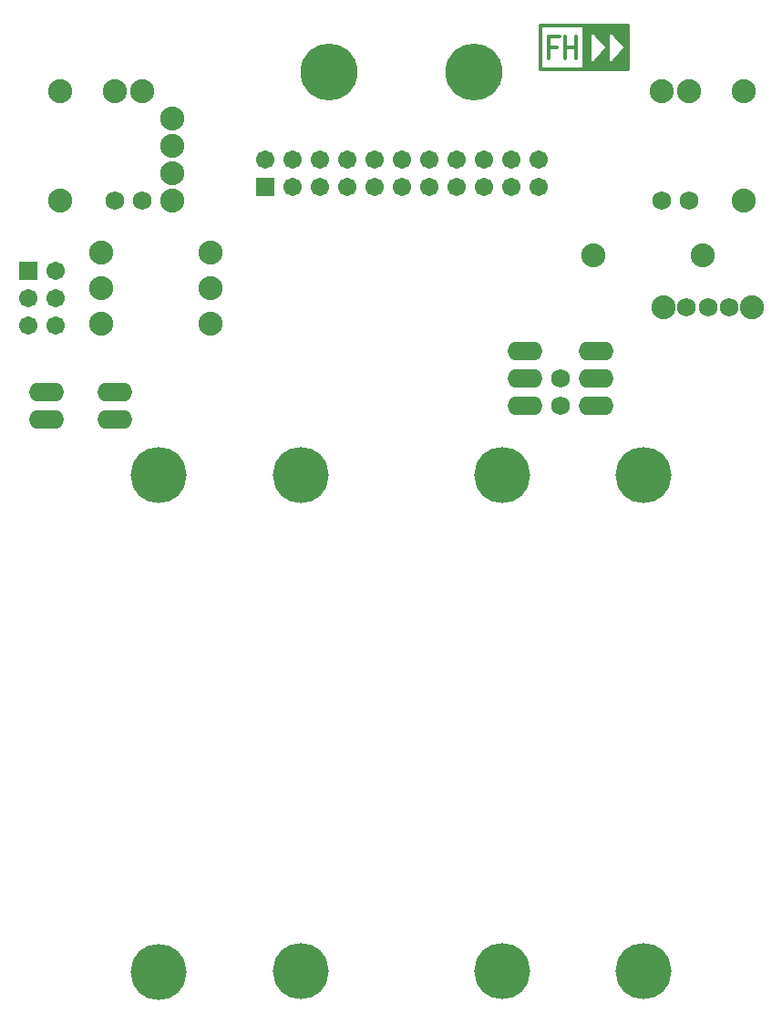
<source format=gts>
%FSAX44Y44*%
%MOMM*%
G71*
G01*
G75*
G04 Layer_Color=8388736*
%ADD10C,1.0160*%
%ADD11C,0.2540*%
%ADD12C,0.5080*%
%ADD13R,9.1440X5.0800*%
%ADD14O,3.0480X1.5240*%
%ADD15C,1.5240*%
%ADD16C,2.0320*%
%ADD17C,5.0038*%
%ADD18C,1.5000*%
%ADD19R,1.5000X1.5000*%
%ADD20R,1.5000X1.5000*%
%ADD21C,0.8128*%
%ADD22C,5.0800*%
%ADD23C,1.6256*%
%ADD24C,1.4732*%
%ADD25R,1.5400X3.1400*%
%ADD26R,1.3000X1.3000*%
%ADD27R,1.3000X1.3000*%
G04:AMPARAMS|DCode=28|XSize=1.3mm|YSize=1.3mm|CornerRadius=0mm|HoleSize=0mm|Usage=FLASHONLY|Rotation=225.000|XOffset=0mm|YOffset=0mm|HoleType=Round|Shape=Rectangle|*
%AMROTATEDRECTD28*
4,1,4,0.0000,0.9192,0.9192,0.0000,0.0000,-0.9192,-0.9192,0.0000,0.0000,0.9192,0.0*
%
%ADD28ROTATEDRECTD28*%

%ADD29P,1.8385X4X270.0*%
G04:AMPARAMS|DCode=30|XSize=0.55mm|YSize=1.45mm|CornerRadius=0mm|HoleSize=0mm|Usage=FLASHONLY|Rotation=135.000|XOffset=0mm|YOffset=0mm|HoleType=Round|Shape=Round|*
%AMOVALD30*
21,1,0.9000,0.5500,0.0000,0.0000,225.0*
1,1,0.5500,0.3182,0.3182*
1,1,0.5500,-0.3182,-0.3182*
%
%ADD30OVALD30*%

G04:AMPARAMS|DCode=31|XSize=0.55mm|YSize=1.45mm|CornerRadius=0mm|HoleSize=0mm|Usage=FLASHONLY|Rotation=45.000|XOffset=0mm|YOffset=0mm|HoleType=Round|Shape=Round|*
%AMOVALD31*
21,1,0.9000,0.5500,0.0000,0.0000,135.0*
1,1,0.5500,0.3182,-0.3182*
1,1,0.5500,-0.3182,0.3182*
%
%ADD31OVALD31*%

%ADD32R,1.4000X0.4000*%
%ADD33R,1.9000X2.3000*%
%ADD34R,1.9000X1.8000*%
%ADD35R,1.6000X0.3000*%
%ADD36R,14.4780X21.5900*%
%ADD37R,3.3020X3.0480*%
%ADD38C,0.3048*%
%ADD39O,3.2512X1.7272*%
%ADD40C,1.7272*%
%ADD41C,2.2352*%
%ADD42C,5.2070*%
%ADD43C,1.7032*%
%ADD44R,1.7032X1.7032*%
%ADD45R,1.7032X1.7032*%
%ADD46C,1.0160*%
%ADD47C,5.2832*%
D38*
X01087628Y01657350D02*
X01090676Y01661414D01*
X01081786Y01657350D02*
X01090676Y01661414D01*
X01081786Y01657350D02*
X01092708Y01667256D01*
X01089660Y01674368D02*
X01092708Y01667256D01*
X01087628Y01677416D02*
X01089660Y01674368D01*
X01087628Y01677416D02*
X01089660Y01678432D01*
X01084580Y01680464D02*
X01089660Y01678432D01*
X01084580Y01680464D02*
X01090676Y01682242D01*
X01079754Y01683258D02*
X01090676Y01682242D01*
X01079754Y01683258D02*
X01091692Y01670304D01*
X01078738Y01656334D02*
X01091692Y01670304D01*
X01076706Y01655318D02*
X01078738Y01656334D01*
X01072642Y01659382D02*
X01076706Y01655318D01*
X01069594Y01657350D02*
X01072642Y01659382D01*
X01069594Y01657350D02*
X01072642Y01665478D01*
X01064768Y01655318D02*
X01072642Y01665478D01*
X01067816Y01683258D02*
X01068578Y01680464D01*
X01070610Y01682242D01*
X01072642Y01676400D01*
X01061720Y01684274D02*
X01072642Y01676400D01*
X01061720Y01684274D02*
X01074674Y01670304D01*
X01061720Y01656334D02*
X01074674Y01670304D01*
X01090676Y01682242D02*
Y01684274D01*
Y01661414D02*
Y01682242D01*
Y01656334D02*
Y01661414D01*
X01078738Y01656334D02*
X01090676D01*
X01061720D02*
X01078738D01*
X01057656D02*
X01061720D01*
X01057656Y01653286D02*
Y01656334D01*
Y01653286D02*
X01092708D01*
Y01656334D01*
X01078738D02*
X01092708D01*
X01074674D02*
X01078738D01*
X01074674D02*
Y01670304D01*
Y01687322D01*
X01093724D01*
Y01684274D02*
Y01687322D01*
X01090676Y01684274D02*
X01093724D01*
X01061720D02*
X01090676D01*
X01057656D02*
X01061720D01*
X01057656Y01653286D02*
Y01684274D01*
X01056640Y01686306D02*
X01071626D01*
X01056640Y01650238D02*
Y01686306D01*
Y01650238D02*
X01073658D01*
Y01688338D01*
X01054608D02*
X01073658D01*
X01054608Y01650238D02*
Y01688338D01*
X01012576Y01650238D02*
X01054608D01*
X01056640D01*
X01073658D02*
X01093724D01*
Y01684274D01*
Y01690370D01*
X01052576D02*
X01093724D01*
X01052576Y01651254D02*
Y01690370D01*
X01012576Y01650238D02*
Y01690370D01*
X01052576D01*
X01045076Y01660398D02*
Y01670304D01*
Y01680464D01*
X01035076Y01670304D02*
X01045076D01*
X01035076Y01660398D02*
Y01670304D01*
Y01680464D01*
X01022576Y01670304D02*
X01027576D01*
X01020076Y01680464D02*
X01030076D01*
X01020076Y01660398D02*
Y01680464D01*
D39*
X01063498Y01362710D02*
D03*
Y01388110D02*
D03*
Y01337310D02*
D03*
X00997458Y01362710D02*
D03*
Y01388110D02*
D03*
Y01337310D02*
D03*
X00552958Y01350010D02*
D03*
Y01324610D02*
D03*
X00616458Y01350010D02*
D03*
Y01324610D02*
D03*
D40*
X01030478Y01362710D02*
D03*
Y01337310D02*
D03*
X01149858Y01527810D02*
D03*
X01124458D02*
D03*
X00616458D02*
D03*
X00641858D02*
D03*
X01167638Y01428750D02*
D03*
X01187638D02*
D03*
X01147638D02*
D03*
D41*
X00705358Y01413510D02*
D03*
X00603758D02*
D03*
X01060958Y01477010D02*
D03*
X01162558D02*
D03*
X00565658Y01527810D02*
D03*
Y01629410D02*
D03*
X00641858D02*
D03*
X00616458D02*
D03*
X01124458D02*
D03*
X01149858D02*
D03*
X01200658Y01527810D02*
D03*
Y01629410D02*
D03*
X00705358Y01446530D02*
D03*
X00603758D02*
D03*
Y01479550D02*
D03*
X00705358D02*
D03*
X00669798Y01527810D02*
D03*
Y01578610D02*
D03*
Y01604010D02*
D03*
Y01553210D02*
D03*
X01208638Y01428750D02*
D03*
X01126638D02*
D03*
D42*
X00657352Y00812292D02*
D03*
X01108202Y00812800D02*
D03*
X00789178D02*
D03*
X00976376D02*
D03*
X00657352Y01273175D02*
D03*
X01108202D02*
D03*
X00789178D02*
D03*
X00976376D02*
D03*
D43*
X00561340Y01412240D02*
D03*
X00535940D02*
D03*
X00561340Y01437640D02*
D03*
X00535940D02*
D03*
X00561340Y01463040D02*
D03*
X00756158Y01565910D02*
D03*
X00781558Y01540510D02*
D03*
Y01565910D02*
D03*
X00806958Y01540510D02*
D03*
Y01565910D02*
D03*
X00832358Y01540510D02*
D03*
Y01565910D02*
D03*
X00857758Y01540510D02*
D03*
Y01565910D02*
D03*
X00883158Y01540510D02*
D03*
Y01565910D02*
D03*
X00908558Y01540510D02*
D03*
Y01565910D02*
D03*
X00933958Y01540510D02*
D03*
Y01565910D02*
D03*
X00959358Y01540510D02*
D03*
Y01565910D02*
D03*
X00984758Y01540510D02*
D03*
Y01565910D02*
D03*
X01010158Y01540510D02*
D03*
Y01565910D02*
D03*
D44*
X00535940Y01463040D02*
D03*
D45*
X00756158Y01540510D02*
D03*
D46*
X00803275Y01634617D02*
D03*
X00798068Y01647190D02*
D03*
X00803275Y01659763D02*
D03*
X00815848Y01664970D02*
D03*
X00828421Y01659763D02*
D03*
X00833628Y01647190D02*
D03*
X00828421Y01634617D02*
D03*
X00815848Y01629410D02*
D03*
X00950468D02*
D03*
X00963041Y01634617D02*
D03*
X00968248Y01647190D02*
D03*
X00963041Y01659763D02*
D03*
X00950468Y01664970D02*
D03*
X00937895Y01659763D02*
D03*
X00932688Y01647190D02*
D03*
X00937895Y01634617D02*
D03*
D47*
X00815848Y01647190D02*
D03*
X00950468D02*
D03*
M02*

</source>
